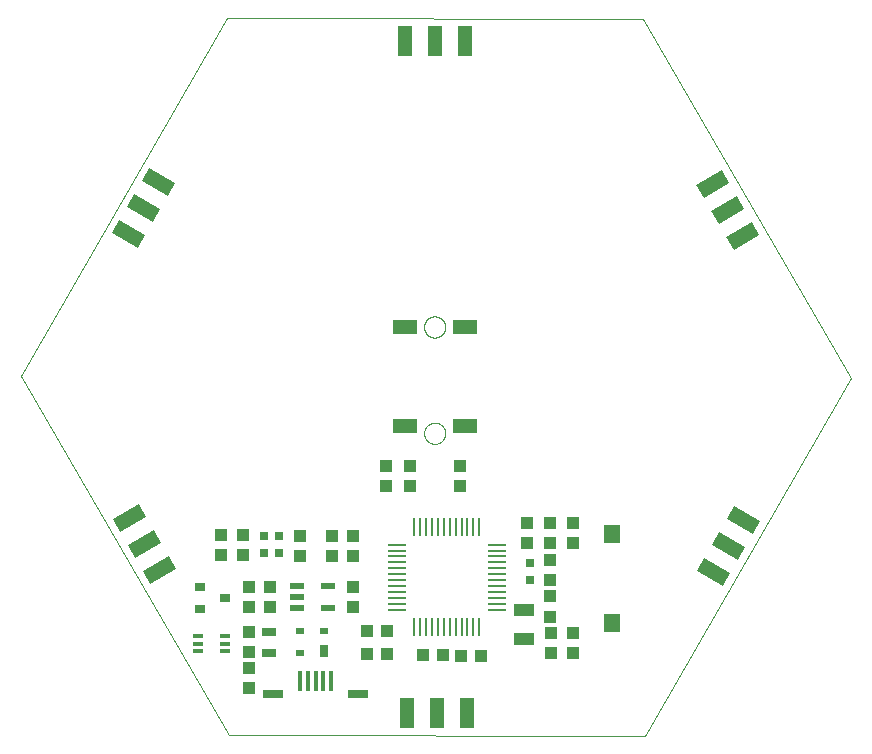
<source format=gtp>
G75*
%MOIN*%
%OFA0B0*%
%FSLAX25Y25*%
%IPPOS*%
%LPD*%
%AMOC8*
5,1,8,0,0,1.08239X$1,22.5*
%
%ADD10C,0.00000*%
%ADD11R,0.03937X0.04331*%
%ADD12R,0.04331X0.03937*%
%ADD13R,0.02371X0.03551*%
%ADD14R,0.02367X0.01966*%
%ADD15R,0.02357X0.01963*%
%ADD16R,0.02357X0.01977*%
%ADD17R,0.02756X0.03937*%
%ADD18R,0.02756X0.02362*%
%ADD19R,0.04724X0.03150*%
%ADD20R,0.05000X0.10000*%
%ADD21R,0.10000X0.05000*%
%ADD22R,0.02756X0.02953*%
%ADD23R,0.03150X0.03150*%
%ADD24R,0.03543X0.03150*%
%ADD25R,0.04724X0.02165*%
%ADD26R,0.03350X0.01400*%
%ADD27R,0.05906X0.01102*%
%ADD28R,0.01102X0.05906*%
%ADD29R,0.01575X0.07087*%
%ADD30R,0.06693X0.02500*%
%ADD31R,0.07087X0.03937*%
%ADD32R,0.07972X0.05020*%
%ADD33R,0.05512X0.06299*%
D10*
X0156177Y0131750D02*
X0294617Y0131378D01*
X0363514Y0250712D01*
X0293972Y0370419D01*
X0155532Y0370791D01*
X0086634Y0251457D01*
X0156177Y0131750D01*
X0221063Y0232287D02*
X0221065Y0232405D01*
X0221071Y0232524D01*
X0221081Y0232642D01*
X0221095Y0232759D01*
X0221112Y0232876D01*
X0221134Y0232993D01*
X0221160Y0233108D01*
X0221189Y0233223D01*
X0221222Y0233337D01*
X0221259Y0233449D01*
X0221300Y0233560D01*
X0221344Y0233670D01*
X0221392Y0233778D01*
X0221444Y0233885D01*
X0221499Y0233990D01*
X0221558Y0234093D01*
X0221620Y0234193D01*
X0221685Y0234292D01*
X0221754Y0234389D01*
X0221825Y0234483D01*
X0221900Y0234574D01*
X0221978Y0234664D01*
X0222059Y0234750D01*
X0222143Y0234834D01*
X0222229Y0234915D01*
X0222319Y0234993D01*
X0222410Y0235068D01*
X0222504Y0235139D01*
X0222601Y0235208D01*
X0222700Y0235273D01*
X0222800Y0235335D01*
X0222903Y0235394D01*
X0223008Y0235449D01*
X0223115Y0235501D01*
X0223223Y0235549D01*
X0223333Y0235593D01*
X0223444Y0235634D01*
X0223556Y0235671D01*
X0223670Y0235704D01*
X0223785Y0235733D01*
X0223900Y0235759D01*
X0224017Y0235781D01*
X0224134Y0235798D01*
X0224251Y0235812D01*
X0224369Y0235822D01*
X0224488Y0235828D01*
X0224606Y0235830D01*
X0224724Y0235828D01*
X0224843Y0235822D01*
X0224961Y0235812D01*
X0225078Y0235798D01*
X0225195Y0235781D01*
X0225312Y0235759D01*
X0225427Y0235733D01*
X0225542Y0235704D01*
X0225656Y0235671D01*
X0225768Y0235634D01*
X0225879Y0235593D01*
X0225989Y0235549D01*
X0226097Y0235501D01*
X0226204Y0235449D01*
X0226309Y0235394D01*
X0226412Y0235335D01*
X0226512Y0235273D01*
X0226611Y0235208D01*
X0226708Y0235139D01*
X0226802Y0235068D01*
X0226893Y0234993D01*
X0226983Y0234915D01*
X0227069Y0234834D01*
X0227153Y0234750D01*
X0227234Y0234664D01*
X0227312Y0234574D01*
X0227387Y0234483D01*
X0227458Y0234389D01*
X0227527Y0234292D01*
X0227592Y0234193D01*
X0227654Y0234093D01*
X0227713Y0233990D01*
X0227768Y0233885D01*
X0227820Y0233778D01*
X0227868Y0233670D01*
X0227912Y0233560D01*
X0227953Y0233449D01*
X0227990Y0233337D01*
X0228023Y0233223D01*
X0228052Y0233108D01*
X0228078Y0232993D01*
X0228100Y0232876D01*
X0228117Y0232759D01*
X0228131Y0232642D01*
X0228141Y0232524D01*
X0228147Y0232405D01*
X0228149Y0232287D01*
X0228147Y0232169D01*
X0228141Y0232050D01*
X0228131Y0231932D01*
X0228117Y0231815D01*
X0228100Y0231698D01*
X0228078Y0231581D01*
X0228052Y0231466D01*
X0228023Y0231351D01*
X0227990Y0231237D01*
X0227953Y0231125D01*
X0227912Y0231014D01*
X0227868Y0230904D01*
X0227820Y0230796D01*
X0227768Y0230689D01*
X0227713Y0230584D01*
X0227654Y0230481D01*
X0227592Y0230381D01*
X0227527Y0230282D01*
X0227458Y0230185D01*
X0227387Y0230091D01*
X0227312Y0230000D01*
X0227234Y0229910D01*
X0227153Y0229824D01*
X0227069Y0229740D01*
X0226983Y0229659D01*
X0226893Y0229581D01*
X0226802Y0229506D01*
X0226708Y0229435D01*
X0226611Y0229366D01*
X0226512Y0229301D01*
X0226412Y0229239D01*
X0226309Y0229180D01*
X0226204Y0229125D01*
X0226097Y0229073D01*
X0225989Y0229025D01*
X0225879Y0228981D01*
X0225768Y0228940D01*
X0225656Y0228903D01*
X0225542Y0228870D01*
X0225427Y0228841D01*
X0225312Y0228815D01*
X0225195Y0228793D01*
X0225078Y0228776D01*
X0224961Y0228762D01*
X0224843Y0228752D01*
X0224724Y0228746D01*
X0224606Y0228744D01*
X0224488Y0228746D01*
X0224369Y0228752D01*
X0224251Y0228762D01*
X0224134Y0228776D01*
X0224017Y0228793D01*
X0223900Y0228815D01*
X0223785Y0228841D01*
X0223670Y0228870D01*
X0223556Y0228903D01*
X0223444Y0228940D01*
X0223333Y0228981D01*
X0223223Y0229025D01*
X0223115Y0229073D01*
X0223008Y0229125D01*
X0222903Y0229180D01*
X0222800Y0229239D01*
X0222700Y0229301D01*
X0222601Y0229366D01*
X0222504Y0229435D01*
X0222410Y0229506D01*
X0222319Y0229581D01*
X0222229Y0229659D01*
X0222143Y0229740D01*
X0222059Y0229824D01*
X0221978Y0229910D01*
X0221900Y0230000D01*
X0221825Y0230091D01*
X0221754Y0230185D01*
X0221685Y0230282D01*
X0221620Y0230381D01*
X0221558Y0230481D01*
X0221499Y0230584D01*
X0221444Y0230689D01*
X0221392Y0230796D01*
X0221344Y0230904D01*
X0221300Y0231014D01*
X0221259Y0231125D01*
X0221222Y0231237D01*
X0221189Y0231351D01*
X0221160Y0231466D01*
X0221134Y0231581D01*
X0221112Y0231698D01*
X0221095Y0231815D01*
X0221081Y0231932D01*
X0221071Y0232050D01*
X0221065Y0232169D01*
X0221063Y0232287D01*
X0221063Y0267720D02*
X0221065Y0267838D01*
X0221071Y0267957D01*
X0221081Y0268075D01*
X0221095Y0268192D01*
X0221112Y0268309D01*
X0221134Y0268426D01*
X0221160Y0268541D01*
X0221189Y0268656D01*
X0221222Y0268770D01*
X0221259Y0268882D01*
X0221300Y0268993D01*
X0221344Y0269103D01*
X0221392Y0269211D01*
X0221444Y0269318D01*
X0221499Y0269423D01*
X0221558Y0269526D01*
X0221620Y0269626D01*
X0221685Y0269725D01*
X0221754Y0269822D01*
X0221825Y0269916D01*
X0221900Y0270007D01*
X0221978Y0270097D01*
X0222059Y0270183D01*
X0222143Y0270267D01*
X0222229Y0270348D01*
X0222319Y0270426D01*
X0222410Y0270501D01*
X0222504Y0270572D01*
X0222601Y0270641D01*
X0222700Y0270706D01*
X0222800Y0270768D01*
X0222903Y0270827D01*
X0223008Y0270882D01*
X0223115Y0270934D01*
X0223223Y0270982D01*
X0223333Y0271026D01*
X0223444Y0271067D01*
X0223556Y0271104D01*
X0223670Y0271137D01*
X0223785Y0271166D01*
X0223900Y0271192D01*
X0224017Y0271214D01*
X0224134Y0271231D01*
X0224251Y0271245D01*
X0224369Y0271255D01*
X0224488Y0271261D01*
X0224606Y0271263D01*
X0224724Y0271261D01*
X0224843Y0271255D01*
X0224961Y0271245D01*
X0225078Y0271231D01*
X0225195Y0271214D01*
X0225312Y0271192D01*
X0225427Y0271166D01*
X0225542Y0271137D01*
X0225656Y0271104D01*
X0225768Y0271067D01*
X0225879Y0271026D01*
X0225989Y0270982D01*
X0226097Y0270934D01*
X0226204Y0270882D01*
X0226309Y0270827D01*
X0226412Y0270768D01*
X0226512Y0270706D01*
X0226611Y0270641D01*
X0226708Y0270572D01*
X0226802Y0270501D01*
X0226893Y0270426D01*
X0226983Y0270348D01*
X0227069Y0270267D01*
X0227153Y0270183D01*
X0227234Y0270097D01*
X0227312Y0270007D01*
X0227387Y0269916D01*
X0227458Y0269822D01*
X0227527Y0269725D01*
X0227592Y0269626D01*
X0227654Y0269526D01*
X0227713Y0269423D01*
X0227768Y0269318D01*
X0227820Y0269211D01*
X0227868Y0269103D01*
X0227912Y0268993D01*
X0227953Y0268882D01*
X0227990Y0268770D01*
X0228023Y0268656D01*
X0228052Y0268541D01*
X0228078Y0268426D01*
X0228100Y0268309D01*
X0228117Y0268192D01*
X0228131Y0268075D01*
X0228141Y0267957D01*
X0228147Y0267838D01*
X0228149Y0267720D01*
X0228147Y0267602D01*
X0228141Y0267483D01*
X0228131Y0267365D01*
X0228117Y0267248D01*
X0228100Y0267131D01*
X0228078Y0267014D01*
X0228052Y0266899D01*
X0228023Y0266784D01*
X0227990Y0266670D01*
X0227953Y0266558D01*
X0227912Y0266447D01*
X0227868Y0266337D01*
X0227820Y0266229D01*
X0227768Y0266122D01*
X0227713Y0266017D01*
X0227654Y0265914D01*
X0227592Y0265814D01*
X0227527Y0265715D01*
X0227458Y0265618D01*
X0227387Y0265524D01*
X0227312Y0265433D01*
X0227234Y0265343D01*
X0227153Y0265257D01*
X0227069Y0265173D01*
X0226983Y0265092D01*
X0226893Y0265014D01*
X0226802Y0264939D01*
X0226708Y0264868D01*
X0226611Y0264799D01*
X0226512Y0264734D01*
X0226412Y0264672D01*
X0226309Y0264613D01*
X0226204Y0264558D01*
X0226097Y0264506D01*
X0225989Y0264458D01*
X0225879Y0264414D01*
X0225768Y0264373D01*
X0225656Y0264336D01*
X0225542Y0264303D01*
X0225427Y0264274D01*
X0225312Y0264248D01*
X0225195Y0264226D01*
X0225078Y0264209D01*
X0224961Y0264195D01*
X0224843Y0264185D01*
X0224724Y0264179D01*
X0224606Y0264177D01*
X0224488Y0264179D01*
X0224369Y0264185D01*
X0224251Y0264195D01*
X0224134Y0264209D01*
X0224017Y0264226D01*
X0223900Y0264248D01*
X0223785Y0264274D01*
X0223670Y0264303D01*
X0223556Y0264336D01*
X0223444Y0264373D01*
X0223333Y0264414D01*
X0223223Y0264458D01*
X0223115Y0264506D01*
X0223008Y0264558D01*
X0222903Y0264613D01*
X0222800Y0264672D01*
X0222700Y0264734D01*
X0222601Y0264799D01*
X0222504Y0264868D01*
X0222410Y0264939D01*
X0222319Y0265014D01*
X0222229Y0265092D01*
X0222143Y0265173D01*
X0222059Y0265257D01*
X0221978Y0265343D01*
X0221900Y0265433D01*
X0221825Y0265524D01*
X0221754Y0265618D01*
X0221685Y0265715D01*
X0221620Y0265814D01*
X0221558Y0265914D01*
X0221499Y0266017D01*
X0221444Y0266122D01*
X0221392Y0266229D01*
X0221344Y0266337D01*
X0221300Y0266447D01*
X0221259Y0266558D01*
X0221222Y0266670D01*
X0221189Y0266784D01*
X0221160Y0266899D01*
X0221134Y0267014D01*
X0221112Y0267131D01*
X0221095Y0267248D01*
X0221081Y0267365D01*
X0221071Y0267483D01*
X0221065Y0267602D01*
X0221063Y0267720D01*
D11*
X0216224Y0221360D03*
X0216224Y0214667D03*
X0197524Y0181058D03*
X0197524Y0174365D03*
X0201978Y0158562D03*
X0208670Y0158562D03*
X0162624Y0154008D03*
X0162624Y0147315D03*
X0162674Y0174365D03*
X0162674Y0181058D03*
X0153374Y0191565D03*
X0153374Y0198258D03*
X0255424Y0195615D03*
X0255424Y0202308D03*
X0262937Y0202321D03*
X0262937Y0195628D03*
X0262974Y0190008D03*
X0262974Y0183315D03*
X0263074Y0177908D03*
X0263074Y0171215D03*
X0263274Y0165708D03*
X0263274Y0159015D03*
D12*
X0270574Y0158965D03*
X0270574Y0165658D03*
X0270574Y0195665D03*
X0270574Y0202358D03*
X0233125Y0214715D03*
X0233125Y0221408D03*
X0208225Y0221308D03*
X0208225Y0214615D03*
X0197374Y0198108D03*
X0197374Y0191415D03*
X0190274Y0191465D03*
X0190274Y0198158D03*
X0179624Y0198108D03*
X0179624Y0191415D03*
X0169674Y0181058D03*
X0169674Y0174365D03*
X0162674Y0166058D03*
X0162674Y0159365D03*
X0160724Y0191565D03*
X0160724Y0198258D03*
X0201978Y0166512D03*
X0208670Y0166512D03*
X0220628Y0158262D03*
X0227320Y0158262D03*
X0233328Y0158212D03*
X0240020Y0158212D03*
D13*
X0187565Y0159755D03*
D14*
X0187564Y0166453D03*
D15*
X0179684Y0166455D03*
D16*
X0179685Y0158967D03*
D17*
X0187561Y0159759D03*
D18*
X0187561Y0166452D03*
X0179687Y0166452D03*
X0179687Y0158972D03*
D19*
X0169324Y0159068D03*
X0169324Y0166155D03*
D20*
X0215397Y0139064D03*
X0225397Y0139064D03*
X0235397Y0139064D03*
X0234752Y0363105D03*
X0224752Y0363105D03*
X0214752Y0363105D03*
D21*
G36*
X0135658Y0311369D02*
X0126998Y0316368D01*
X0129498Y0320699D01*
X0138158Y0315700D01*
X0135658Y0311369D01*
G37*
G36*
X0130658Y0302709D02*
X0121998Y0307708D01*
X0124498Y0312039D01*
X0133158Y0307040D01*
X0130658Y0302709D01*
G37*
G36*
X0125658Y0294049D02*
X0116998Y0299048D01*
X0119498Y0303379D01*
X0128158Y0298380D01*
X0125658Y0294049D01*
G37*
G36*
X0128481Y0204348D02*
X0119821Y0199349D01*
X0117321Y0203680D01*
X0125981Y0208679D01*
X0128481Y0204348D01*
G37*
G36*
X0133481Y0195688D02*
X0124821Y0190689D01*
X0122321Y0195020D01*
X0130981Y0200019D01*
X0133481Y0195688D01*
G37*
G36*
X0138481Y0187027D02*
X0129821Y0182028D01*
X0127321Y0186359D01*
X0135981Y0191358D01*
X0138481Y0187027D01*
G37*
G36*
X0314490Y0190800D02*
X0323150Y0185801D01*
X0320650Y0181470D01*
X0311990Y0186469D01*
X0314490Y0190800D01*
G37*
G36*
X0319490Y0199460D02*
X0328150Y0194461D01*
X0325650Y0190130D01*
X0316990Y0195129D01*
X0319490Y0199460D01*
G37*
G36*
X0324490Y0208120D02*
X0333150Y0203121D01*
X0330650Y0198790D01*
X0321990Y0203789D01*
X0324490Y0208120D01*
G37*
G36*
X0321713Y0297758D02*
X0330373Y0302757D01*
X0332873Y0298426D01*
X0324213Y0293427D01*
X0321713Y0297758D01*
G37*
G36*
X0316713Y0306418D02*
X0325373Y0311417D01*
X0327873Y0307086D01*
X0319213Y0302087D01*
X0316713Y0306418D01*
G37*
G36*
X0311713Y0315078D02*
X0320373Y0320077D01*
X0322873Y0315746D01*
X0314213Y0310747D01*
X0311713Y0315078D01*
G37*
D22*
X0256424Y0189066D03*
X0256424Y0183357D03*
D23*
X0172674Y0192259D03*
X0167674Y0192259D03*
X0167674Y0198164D03*
X0172674Y0198164D03*
D24*
X0154605Y0177362D03*
X0146337Y0181102D03*
X0146337Y0173622D03*
D25*
X0178806Y0173972D03*
X0178806Y0177712D03*
X0178806Y0181452D03*
X0189042Y0181452D03*
X0189042Y0173972D03*
D26*
X0154699Y0164771D03*
X0154699Y0162212D03*
X0154699Y0159653D03*
X0145749Y0159653D03*
X0145749Y0162212D03*
X0145749Y0164771D03*
D27*
X0211891Y0173512D03*
X0211891Y0175481D03*
X0211891Y0177449D03*
X0211891Y0179418D03*
X0211891Y0181386D03*
X0211891Y0183355D03*
X0211891Y0185323D03*
X0211891Y0187292D03*
X0211891Y0189260D03*
X0211891Y0191229D03*
X0211891Y0193197D03*
X0211891Y0195166D03*
X0245356Y0195166D03*
X0245356Y0193197D03*
X0245356Y0191229D03*
X0245356Y0189260D03*
X0245356Y0187292D03*
X0245356Y0185323D03*
X0245356Y0183355D03*
X0245356Y0181386D03*
X0245356Y0179418D03*
X0245356Y0177449D03*
X0245356Y0175481D03*
X0245356Y0173512D03*
D28*
X0239451Y0167607D03*
X0237482Y0167607D03*
X0235514Y0167607D03*
X0233545Y0167607D03*
X0231577Y0167607D03*
X0229608Y0167607D03*
X0227640Y0167607D03*
X0225671Y0167607D03*
X0223702Y0167607D03*
X0221734Y0167607D03*
X0219765Y0167607D03*
X0217797Y0167607D03*
X0217797Y0201071D03*
X0219765Y0201071D03*
X0221734Y0201071D03*
X0223702Y0201071D03*
X0225671Y0201071D03*
X0227640Y0201071D03*
X0229608Y0201071D03*
X0231577Y0201071D03*
X0233545Y0201071D03*
X0235514Y0201071D03*
X0237482Y0201071D03*
X0239451Y0201071D03*
D29*
X0190047Y0149819D03*
X0187488Y0149819D03*
X0184929Y0149819D03*
X0182370Y0149819D03*
X0179811Y0149819D03*
D30*
X0170756Y0145489D03*
X0199103Y0145489D03*
D31*
X0254524Y0163690D03*
X0254524Y0173533D03*
D32*
X0234567Y0234847D03*
X0214586Y0234847D03*
X0214586Y0267619D03*
X0234567Y0267619D03*
D33*
X0283700Y0198651D03*
X0283700Y0169124D03*
M02*

</source>
